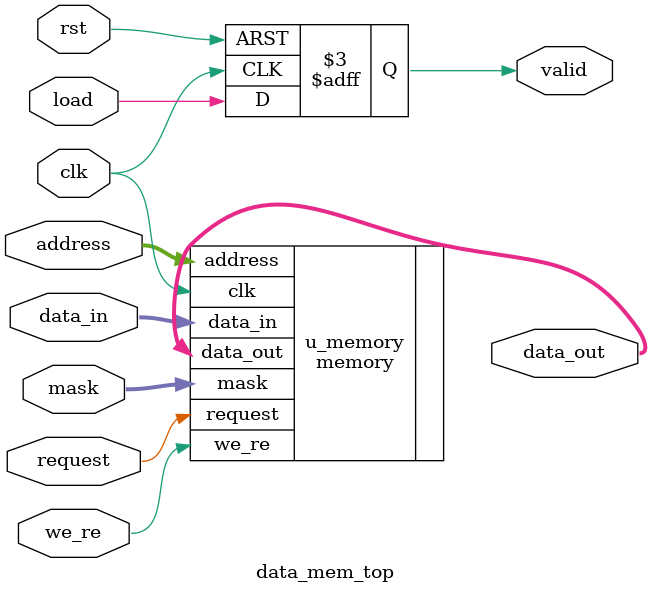
<source format=v>
module data_mem_top #(
    parameter INIT_MEM = 0
)(
    input wire clk,
    input wire rst,
    input wire we_re,
    input wire request,
    input wire load,
    input wire [3:0]  mask,
    input wire [7:0]  address,
    input wire [31:0] data_in,

    output reg valid,
    output wire [31:0] data_out
    );

    always @(posedge clk or negedge rst ) begin
        if(!rst)begin
            valid <= 0;
        end
        else begin
            valid <= load;
        end
    end

    memory #(
      .INIT_MEM(INIT_MEM)
    )u_memory(
        .clk(clk),
        .we_re(we_re),
        .request(request),
        .mask(mask),
        .address(address),
        .data_in(data_in),
        .data_out(data_out)
    );
endmodule
</source>
